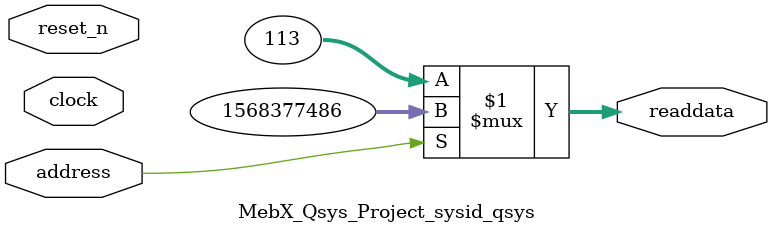
<source format=v>



// synthesis translate_off
`timescale 1ns / 1ps
// synthesis translate_on

// turn off superfluous verilog processor warnings 
// altera message_level Level1 
// altera message_off 10034 10035 10036 10037 10230 10240 10030 

module MebX_Qsys_Project_sysid_qsys (
               // inputs:
                address,
                clock,
                reset_n,

               // outputs:
                readdata
             )
;

  output  [ 31: 0] readdata;
  input            address;
  input            clock;
  input            reset_n;

  wire    [ 31: 0] readdata;
  //control_slave, which is an e_avalon_slave
  assign readdata = address ? 1568377486 : 113;

endmodule



</source>
